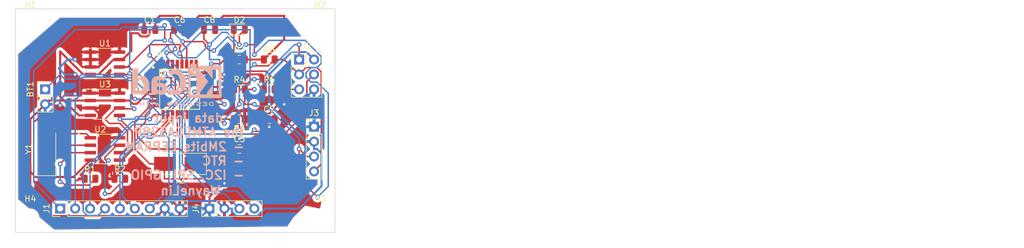
<source format=kicad_pcb>
(kicad_pcb (version 20211014) (generator pcbnew)
  (title_block (title "MCU with memory and clock") (date "2022-01-06") (rev "1") (comment 1 "2-Layout PCB version"))
  (layers (0 "F.Cu" signal) (31 "B.Cu" signal) (34 "B.Paste" user) (35 "F.Paste" user) (36 "B.SilkS" user "B.Silkscreen") (37 "F.SilkS" user "F.Silkscreen") (38 "B.Mask" user) (39 "F.Mask" user) (44 "Edge.Cuts" user))
  (property "Project_name" "MCU with memory and clock")
  (net 0 "")
  (net 1 "Net-(U4-Pad18)")
  (net 2 "GND")
  (net 3 "/VCC")
  (net 4 "Net-(U4-Pad7)")
  (net 5 "Net-(Y2-Pad1)")
  (net 6 "Net-(U4-Pad20)")
  (net 7 "Net-(D2-Pad1)")
  (net 8 "/D2")
  (net 9 "/D3")
  (net 10 "/D4")
  (net 11 "/D5")
  (net 12 "/D6")
  (net 13 "/D7")
  (net 14 "/D8")
  (net 15 "/MISO")
  (net 16 "/SCK")
  (net 17 "/MOSI")
  (net 18 "/RESET")
  (net 19 "/SDA")
  (net 20 "/RX")
  (net 21 "/TX")
  (net 22 "Net-(U2-Pad3)")
  (net 23 "Net-(U2-Pad7)")
  (net 24 "Net-(U2-Pad1)")
  (net 25 "Net-(U2-Pad2)")
  (footprint "Capacitor_SMD:C_0805_2012Metric" (layer "F.Cu") (at 129.098 108.646)
    (fp_text reference "C1")
    (fp_text value "0.1uF")
  )
  (footprint "Connector_PinHeader_2.54mm:PinHeader_1x02_P2.54mm_Vertical" (layer "F.Cu") (at 111.318 118.806)
    (fp_text reference "BT1")
    (fp_text value "Battery")
  )
  (footprint "Connector_PinHeader_2.54mm:PinHeader_1x04_P2.54mm_Vertical" (layer "F.Cu") (at 157.038 125.166)
    (fp_text reference "J3")
    (fp_text value "Conn_01x04_Male")
  )
  (footprint "Package_SO:SOIC-8_3.9x4.9mm_P1.27mm" (layer "F.Cu") (at 121.478 121.346)
    (fp_text reference "U3")
    (fp_text value "24LC1025")
  )
  (footprint "Connector_PinHeader_2.54mm:PinHeader_2x03_P2.54mm_Vertical" (layer "F.Cu") (at 154.498 113.726)
    (fp_text reference "J2")
    (fp_text value "Conn_02x03_Odd_Even")
  )
  (footprint "Resistor_SMD:R_0805_2012Metric" (layer "F.Cu") (at 144.338 118.806)
    (fp_text reference "R4")
    (fp_text value "4.7K")
  )
  (footprint "Capacitor_SMD:C_0805_2012Metric" (layer "F.Cu") (at 149.418 123.886)
    (fp_text reference "C7")
    (fp_text value "0.1uF")
  )
  (footprint "Resistor_SMD:R_0805_2012Metric" (layer "F.Cu") (at 124.018 134.046)
    (fp_text reference "R2")
    (fp_text value "10k")
  )
  (footprint "MountingHole:MountingHole_2.1mm" (layer "F.Cu") (at 108.778 140.65)
    (fp_text reference "H4")
    (fp_text value "MountingHole")
  )
  (footprint "Resistor_SMD:R_0805_2012Metric" (layer "F.Cu") (at 118.938 134.046)
    (fp_text reference "R1")
    (fp_text value "10k")
  )
  (footprint "Capacitor_SMD:C_0805_2012Metric" (layer "F.Cu") (at 134.178 108.646)
    (fp_text reference "C6")
    (fp_text value "22pF")
  )
  (footprint "footprint:QFP80P900X900X120-32N" (layer "F.Cu") (at 134.178 118.806)
    (fp_text reference "U4")
    (fp_text value "ATMEGA328P-AU")
  )
  (footprint "Crystal:Crystal_SMD_5032-2Pin_5.0x3.2mm_HandSoldering" (layer "F.Cu") (at 134.178 131.506 180)
    (fp_text reference "Y2")
    (fp_text value "16 MHz")
  )
  (footprint "MountingHole:MountingHole_2.1mm" (layer "F.Cu") (at 158.054 107.63)
    (fp_text reference "H2")
    (fp_text value "MountingHole")
  )
  (footprint "Connector_PinHeader_2.54mm:PinHeader_1x04_P2.54mm_Vertical" (layer "F.Cu") (at 139.258 139.126 90)
    (fp_text reference "J4")
    (fp_text value "Conn_01x04_Male")
  )
  (footprint "footprint:SOIC127P600X175-8N" (layer "F.Cu") (at 121.478 128.966)
    (fp_text reference "U2")
    (fp_text value "DS1337S+")
  )
  (footprint "Capacitor_SMD:C_0805_2012Metric" (layer "F.Cu") (at 139.258 108.646)
    (fp_text reference "C8")
    (fp_text value "100nF")
  )
  (footprint "Resistor_SMD:R_0805_2012Metric" (layer "F.Cu") (at 144.338 113.726)
    (fp_text reference "R7")
    (fp_text value "330")
  )
  (footprint "Resistor_SMD:R_0805_2012Metric" (layer "F.Cu") (at 149.418 118.806)
    (fp_text reference "R6")
    (fp_text value "10K")
  )
  (footprint "Capacitor_SMD:C_0805_2012Metric" (layer "F.Cu") (at 144.338 128.966)
    (fp_text reference "C5")
    (fp_text value "22pF")
  )
  (footprint "LED_SMD:LED_0805_2012Metric" (layer "F.Cu") (at 144.338 108.646)
    (fp_text reference "D2")
    (fp_text value "LED")
  )
  (footprint "Crystal:Crystal_SMD_5032-2Pin_5.0x3.2mm_HandSoldering" (layer "F.Cu") (at 111.318 128.966 90)
    (fp_text reference "Y1")
    (fp_text value "32.768 KHz")
  )
  (footprint "Package_SO:SOIC-8_3.9x4.9mm_P1.27mm" (layer "F.Cu") (at 121.478 114.361)
    (fp_text reference "U1")
    (fp_text value "24LC1025")
  )
  (footprint "MountingHole:MountingHole_2.1mm" (layer "F.Cu") (at 158.054 140.65)
    (fp_text reference "H3")
    (fp_text value "MountingHole")
  )
  (footprint "Connector_PinHeader_2.54mm:PinHeader_1x09_P2.54mm_Vertical" (layer "F.Cu") (at 113.868 139.126 90)
    (fp_text reference "J1")
    (fp_text value "Conn_01x09_Male")
  )
  (footprint "Resistor_SMD:R_0805_2012Metric" (layer "F.Cu") (at 149.418 113.726)
    (fp_text reference "R5")
    (fp_text value "330")
  )
  (footprint "Resistor_SMD:R_0805_2012Metric" (layer "F.Cu") (at 144.338 123.886 180)
    (fp_text reference "R3")
    (fp_text value "4.7K")
  )
  (footprint "MountingHole:MountingHole_2.1mm" (layer "F.Cu") (at 108.778 107.63)
    (fp_text reference "H1")
    (fp_text value "MountingHole")
  )
  (footprint "Symbol:KiCad-Logo2_6mm_SilkScreen" (layer "B.Cu") (at 133.67 117.282 180)
    (fp_text reference "REF**" hide)
    (fp_text value "KiCad-Logo2_6mm_SilkScreen" hide)
  )
  (gr_rect (start 106.238 143.19) (end 160.594 105.09) (layer "Edge.Cuts") (width 0.1) (fill none))
  (gr_text "data input\nthe ATMEGA328P" (at 135.702 124.902) (layer "B.SilkS") (effects (font (size 1.5 1.5) (thickness 0.3)) (justify mirror)))
  (gr_text "WayneLin" (at 141.29 136.078) (layer "B.SilkS") (effects (font (size 1.5 1.5) (thickness 0.3)) (justify left mirror)))
  (gr_text "- 2Mbits EEPRAM\n- RTC\n- I2C, SPI, GPIO\n" (at 145.354 130.998) (layer "B.SilkS") (effects (font (size 1.5 1.5) (thickness 0.3)) (justify left mirror)))
  (segment (start 144.338 123.886) (end 144.31252 123.886) (width 0.25) (layer "F.Cu") (net 0))
  (segment (start 145.2755 108.646) (end 144.338 109.5835) (width 0.25) (layer "F.Cu") (net 1))
  (segment (start 138.308 110.236) (end 138.308 108.646) (width 0.25) (layer "F.Cu") (net 1))
  (segment (start 139.552511 121.346) (end 141.798 121.346) (width 0.25) (layer "F.Cu") (net 1))
  (segment (start 137.603978 120.806) (end 138.478 120.806) (width 0.25) (layer "F.Cu") (net 1))
  (segment (start 139.258 111.186) (end 138.308 110.236) (width 0.25) (layer "F.Cu") (net 1))
  (segment (start 129.727511 118.556489) (end 129.878 118.406) (width 0.25) (layer "F.Cu") (net 1))
  (segment (start 139.552511 121.006489) (end 139.552511 121.346) (width 0.25) (layer "F.Cu") (net 1))
  (segment (start 127.2825 116.690386) (end 129.148603 118.556489) (width 0.25) (layer "F.Cu") (net 1))
  (segment (start 138.478 120.806) (end 139.352022 120.806) (width 0.25) (layer "F.Cu") (net 1))
  (segment (start 139.352022 120.806) (end 139.552511 121.006489) (width 0.25) (layer "F.Cu") (net 1))
  (segment (start 129.148603 118.556489) (end 129.727511 118.556489) (width 0.25) (layer "F.Cu") (net 1))
  (segment (start 111.318 118.806) (end 111.718 118.406) (width 0.25) (layer "F.Cu") (net 1))
  (segment (start 144.338 109.5835) (end 144.338 111.186) (width 0.25) (layer "F.Cu") (net 1))
  (via (at 127.2825 116.690386) (size 0.8) (drill 0.4) (layers "F.Cu" "B.Cu") (net 1))
  (via (at 141.798 121.346) (size 0.8) (drill 0.4) (layers "F.Cu" "B.Cu") (net 1))
  (via (at 144.338 111.186) (size 0.8) (drill 0.4) (layers "F.Cu" "B.Cu") (net 1))
  (via (at 139.258 111.186) (size 0.8) (drill 0.4) (layers "F.Cu" "B.Cu") (net 1))
  (segment (start 114.629873 117.040511) (end 116.718814 117.040511) (width 0.25) (layer "B.Cu") (net 1))
  (segment (start 132.270256 111.186) (end 132.270256 111.818256) (width 0.25) (layer "B.Cu") (net 1))
  (segment (start 127.190256 116.266) (end 132.270256 111.186) (width 0.25) (layer "B.Cu") (net 1))
  (segment (start 127.190256 116.266) (end 127.190256 116.598142) (width 0.25) (layer "B.Cu") (net 1))
  (segment (start 132.270256 111.818256) (end 133.877897 113.425897) (width 0.25) (layer "B.Cu") (net 1))
  (segment (start 117.493325 116.266) (end 124.808886 116.266) (width 0.25) (layer "B.Cu") (net 1))
  (segment (start 124.808886 116.266) (end 125.383348 116.840462) (width 0.25) (layer "B.Cu") (net 1))
  (segment (start 111.318 118.806) (end 113.856681 116.267319) (width 0.25) (layer "B.Cu") (net 1))
  (segment (start 139.258 113.726) (end 140.9735 113.726) (width 0.25) (layer "B.Cu") (net 1))
  (segment (start 133.877897 113.425897) (end 137.018103 113.425897) (width 0.25) (layer "B.Cu") (net 1))
  (segment (start 142.24752 109.09552) (end 141.34848 109.09552) (width 0.25) (layer "B.Cu") (net 1))
  (segment (start 141.24848 116.861794) (end 140.623489 117.486785) (width 0.25) (layer "B.Cu") (net 1))
  (segment (start 139.258 111.186) (end 139.258 113.726) (width 0.25) (layer "B.Cu") (net 1))
  (segment (start 140.623489 120.171489) (end 141.798 121.346) (width 0.25) (layer "B.Cu") (net 1))
  (segment (start 127.190256 116.598142) (end 127.2825 116.690386) (width 0.25) (layer "B.Cu") (net 1))
  (segment (start 126.615794 116.840462) (end 127.190256 116.266) (width 0.25) (layer "B.Cu") (net 1))
  (segment (start 137.018103 113.425897) (end 139.258 111.186) (width 0.25) (layer "B.Cu") (net 1))
  (segment (start 116.718814 117.040511) (end 117.493325 116.266) (width 0.25) (layer "B.Cu") (net 1))
  (segment (start 125.383348 116.840462) (end 126.615794 116.840462) (width 0.25) (layer "B.Cu") (net 1))
  (segment (start 113.856681 116.267319) (end 114.629873 117.040511) (width 0.25) (layer "B.Cu") (net 1))
  (segment (start 140.9735 116.586814) (end 141.24848 116.861794) (width 0.25) (layer "B.Cu") (net 1))
  (segment (start 141.34848 109.09552) (end 139.258 111.186) (width 0.25) (layer "B.Cu") (net 1))
  (segment (start 140.9735 113.726) (end 140.9735 116.586814) (width 0.25) (layer "B.Cu") (net 1))
  (segment (start 144.338 111.186) (end 142.24752 109.09552) (width 0.25) (layer "B.Cu") (net 1))
  (segment (start 140.623489 117.486785) (end 140.623489 120.171489) (width 0.25) (layer "B.Cu") (net 1))
  (segment (start 114.493 120.711) (end 113.858 120.076) (width 0.35) (layer "F.Cu") (net 2))
  (segment (start 151.958 106.28102) (end 151.958 110.2735) (width 0.35) (layer "F.Cu") (net 2))
  (segment (start 119.003 123.251) (end 117.033 123.251) (width 0.35) (layer "F.Cu") (net 2))
  (segment (start 124.470493 113.726) (end 123.953 113.726) (width 0.35) (layer "F.Cu") (net 2))
  (segment (start 126.216475 121.275955) (end 126.899525 121.275955) (width 0.35) (layer "F.Cu") (net 2))
  (segment (start 108.778 132.825022) (end 108.778 123.886) (width 0.35) (layer "F.Cu") (net 2))
  (segment (start 116.133489 133.740511) (end 109.693489 133.740511) (width 0.35) (layer "F.Cu") (net 2))
  (segment (start 117.033 123.251) (end 114.493 120.711) (width 0.35) (layer "F.Cu") (net 2))
  (segment (start 127.068605 109.24552) (end 125.95848 109.24552) (width 0.35) (layer "F.Cu") (net 2))
  (segment (start 108.778 123.886) (end 111.318 121.346) (width 0.35) (layer "F.Cu") (net 2))
  (segment (start 129.07252 109.400395) (end 128.677395 109.79552) (width 0.35) (layer "F.Cu") (net 2))
  (segment (start 148.468 123.886) (end 151.008 121.346) (width 0.35) (layer "F.Cu") (net 2))
  (segment (start 130.978 117.606) (end 131.378 118.006) (width 0.35) (layer "F.Cu") (net 2))
  (segment (start 145.2505 113.726) (end 148.5055 113.726) (width 0.35) (layer "F.Cu") (net 2))
  (segment (start 140.208 107.696) (end 141.62298 106.28102) (width 0.35) (layer "F.Cu") (net 2))
  (segment (start 141.798 134.59552) (end 141.798 134.8205) (width 0.35) (layer "F.Cu") (net 2))
  (segment (start 129.07252 108.646) (end 129.07252 109.400395) (width 0.35) (layer "F.Cu") (net 2))
  (segment (start 112.592511 140.400511) (end 108.778 136.586) (width 0.35) (layer "F.Cu") (net 2))
  (segment (start 111.318 121.346) (end 111.953 120.711) (width 0.35) (layer "F.Cu") (net 2))
  (segment (start 138.478 118.406) (end 141.398 118.406) (width 0.35) (layer "F.Cu") (net 2))
  (segment (start 141.62298 106.28102) (end 151.958 106.28102) (width 0.35) (layer "F.Cu") (net 2))
  (segment (start 151.008 121.346) (end 151.958 121.346) (width 0.35) (layer "F.Cu") (net 2))
  (segment (start 130.048 107.056) (end 130.82298 106.28102) (width 0.35) (layer "F.Cu") (net 2))
  (segment (start 123.953 113.726) (end 122.930507 113.726) (width 0.35) (layer "F.Cu") (net 2))
  (segment (start 127.618605 109.79552) (end 127.068605 109.24552) (width 0.35) (layer "F.Cu") (net 2))
  (segment (start 137.49298 106.28102) (end 139.258 106.28102) (width 0.35) (layer "F.Cu") (net 2))
  (segment (start 148.468 123.886) (end 149.418 124.836) (width 0.35) (layer "F.Cu") (net 2))
  (segment (start 129.878 117.606) (end 130.978 117.606) (width 0.35) (layer "F.Cu") (net 2))
  (segment (start 139.258 139.126) (end 139.258 137.13552) (width 0.35) (layer "F.Cu") (net 2))
  (segment (start 129.878 119.206) (end 130.978 119.206) (width 0.35) (layer "F.Cu") (net 2))
  (segment (start 140.208 108.646) (end 140.208 107.056) (width 0.35) (layer "F.Cu") (net 2))
  (segment (start 128.96948 119.206) (end 129.878 119.206) (width 0.35) (layer "F.Cu") (net 2))
  (segment (start 134.178 106.28102) (end 135.128 107.23102) (width 0.35) (layer "F.Cu") (net 2))
  (segment (start 135.128 108.646) (end 137.49298 106.28102) (width 0.35) (layer "F.Cu") (net 2))
  (segment (start 109.693489 133.740511) (end 108.778 132.825022) (width 0.35) (layer "F.Cu") (net 2))
  (segment (start 131.378 118.806) (end 131.638 118.806) (width 0.35) (layer "F.Cu") (net 2))
  (segment (start 130.373489 140.400511) (end 112.592511 140.400511) (width 0.35) (layer "F.Cu") (net 2))
  (segment (start 130.978 119.206) (end 131.378 118.806) (width 0.35) (layer "F.Cu") (net 2))
  (segment (start 140.208 107.056) (end 139.43302 106.28102) (width 0.35) (layer "F.Cu") (net 2))
  (segment (start 143.78848 126.97552) (end 144.338 126.97552) (width 0.35) (layer "F.Cu") (net 2))
  (segment (start 123.953 120.711) (end 119.003 120.711) (width 0.35) (layer "F.Cu") (net 2))
  (segment (start 113.858 112.352036) (end 117.771964 116.266) (width 0.35) (layer "F.Cu") (net 2))
  (segment (start 125.95848 109.24552) (end 125.95848 112.238013) (width 0.35) (layer "F.Cu") (net 2))
  (segment (start 113.858 120.076) (end 113.858 112.352036) (width 0.35) (layer "F.Cu") (net 2))
  (segment (start 125.65152 120.711) (end 126.216475 121.275955) (width 0.35) (layer "F.Cu") (net 2))
  (segment (start 139.258 137.13552) (end 141.798 134.59552) (width 0.35) (layer "F.Cu") (net 2))
  (segment (start 143.388 127.376) (end 143.78848 126.97552) (width 0.35) (layer "F.Cu") (net 2))
  (segment (start 131.648 139.126) (end 130.373489 140.400511) (width 0.35) (layer "F.Cu") (net 2))
  (segment (start 117.771964 116.266) (end 119.003 116.266) (width 0.35) (layer "F.Cu") (net 2))
  (segment (start 141.748011 116.266) (end 142.7105 116.266) (width 0.35) (layer "F.Cu") (net 2))
  (segment (start 119.003 130.871) (end 116.133489 133.740511) (width 0.35) (layer "F.Cu") (net 2))
  (segment (start 111.953 120.711) (end 114.493 120.711) (width 0.35) (layer "F.Cu") (net 2))
  (segment (start 140.208 108.646) (end 140.208 107.696) (width 0.35) (layer "F.Cu") (net 2))
  (segment (start 128.677395 109.79552) (end 127.618605 109.79552) (width 0.35) (layer "F.Cu") (net 2))
  (segment (start 108.778 136.586) (end 108.778 131.506) (width 0.35) (layer "F.Cu") (net 2))
  (segment (start 143.388 128.966) (end 143.388 127.376) (width 0.35) (layer "F.Cu") (net 2))
  (segment (start 149.418 124.836) (end 149.418 125.20198) (width 0.35) (layer "F.Cu") (net 2))
  (segment (start 120.390507 116.266) (end 119.003 116.266) (width 0.35) (layer "F.Cu") (net 2))
  (segment (start 130.82298 106.28102) (end 134.178 106.28102) (width 0.35) (layer "F.Cu") (net 2))
  (segment (start 125.95848 112.238013) (end 124.470493 113.726) (width 0.35) (layer "F.Cu") (net 2))
  (segment (start 130.048 108.646) (end 129.07252 108.646) (width 0.35) (layer "F.Cu") (net 2))
  (segment (start 151.958 110.2735) (end 148.5055 113.726) (width 0.35) (layer "F.Cu") (net 2))
  (segment (start 123.953 120.711) (end 125.65152 120.711) (width 0.35) (layer "F.Cu") (net 2))
  (segment (start 126.899525 121.275955) (end 128.96948 119.206) (width 0.35) (layer "F.Cu") (net 2))
  (segment (start 144.338 126.97552) (end 144.338 127.2005) (width 0.35) (layer "F.Cu") (net 2))
  (segment (start 142.7105 116.266) (end 145.2505 113.726) (width 0.35) (layer "F.Cu") (net 2))
  (segment (start 131.378 118.006) (end 131.378 118.806) (width 0.35) (layer "F.Cu") (net 2))
  (segment (start 130.048 108.646) (end 130.048 107.056) (width 0.35) (layer "F.Cu") (net 2))
  (segment (start 122.930507 113.726) (end 120.390507 116.266) (width 0.35) (layer "F.Cu") (net 2))
  (segment (start 114.493 120.711) (end 119.003 120.711) (width 0.35) (layer "F.Cu") (net 2))
  (segment (start 139.43302 106.28102) (end 139.258 106.28102) (width 0.35) (layer "F.Cu") (net 2))
  (segment (start 135.128 107.23102) (end 135.128 108.646) (width 0.35) (layer "F.Cu") (net 2))
  (via (at 141.798 134.8205) (size 0.8) (drill 0.4) (layers "F.Cu" "B.Cu") (net 2))
  (via (at 141.748011 116.266) (size 0.8) (drill 0.4) (layers "F.Cu" "B.Cu") (net 2))
  (via (at 149.418 125.20198) (size 0.8) (drill 0.4) (layers "F.Cu" "B.Cu") (net 2))
  (via (at 144.338 127.2005) (size 0.8) (drill 0.4) (layers "F.Cu" "B.Cu") (net 2))
  (via (at 151.958 121.346) (size 0.8) (drill 0.4) (layers "F.Cu" "B.Cu") (net 2))
  (via (at 141.398 118.406) (size 0.8) (drill 0.4) (layers "F.Cu" "B.Cu") (net 2))
  (segment (start 141.798 116.266) (end 141.748011 116.266) (width 0.35) (layer "B.Cu") (net 2))
  (segment (start 141.398 118.406) (end 141.798 118.006) (width 0.35) (layer "B.Cu") (net 2))
  (segment (start 144.338 127.2005) (end 147.41948 127.2005) (width 0.35) (layer "B.Cu") (net 2))
  (segment (start 141.798 134.8205) (end 141.798 128.966) (width 0.35) (layer "B.Cu") (net 2))
  (segment (start 157.038 125.166) (end 157.038 123.886) (width 0.35) (layer "B.Cu") (net 2))
  (segment (start 141.798 118.006) (end 141.798 116.266) (width 0.35) (layer "B.Cu") (net 2))
  (segment (start 144.11302 126.97552) (end 144.338 127.2005) (width 0.35) (layer "B.Cu") (net 2))
  (segment (start 141.798 128.966) (end 143.78848 126.97552) (width 0.35) (layer "B.Cu") (net 2))
  (segment (start 143.78848 126.97552) (end 144.11302 126.97552) (width 0.35) (layer "B.Cu") (net 2))
  (segment (start 137.983489 140.400511) (end 132.922511 140.400511) (width 0.35) (layer "B.Cu") (net 2))
  (segment (start 154.498 121.346) (end 151.958 121.346) (width 0.35) (layer "B.Cu") (net 2))
  (segment (start 157.038 123.886) (end 154.498 121.346) (width 0.35) (layer "B.Cu") (net 2))
  (segment (start 157.038 118.806) (end 154.498 121.346) (width 0.35) (layer "B.Cu") (net 2))
  (segment (start 147.41948 127.2005) (end 149.418 125.20198) (width 0.35) (layer "B.Cu") (net 2))
  (segment (start 139.258 139.126) (end 137.983489 140.400511) (width 0.35) (layer "B.Cu") (net 2))
  (segment (start 132.922511 140.400511) (end 131.648 139.126) (width 0.35) (layer "B.Cu") (net 2))
  (segment (start 122.54348 133.48398) (end 122.54348 132.57148) (width 0.35) (layer "F.Cu") (net 3))
  (segment (start 125.6455 131.506) (end 126.558 131.506) (width 0.35) (layer "F.Cu") (net 3))
  (segment (start 116.398 116.836) (end 119.003 119.441) (width 0.35) (layer "F.Cu") (net 3))
  (segment (start 117.668 114.996) (end 116.398 113.726) (width 0.35) (layer "F.Cu") (net 3))
  (segment (start 121.39348 131.59052) (end 121.478 131.506) (width 0.35) (layer "F.Cu") (net 3))
  (segment (start 119.003 114.996) (end 117.668 114.996) (width 0.35) (layer "F.Cu") (net 3))
  (segment (start 116.398 116.266) (end 116.398 116.836) (width 0.35) (layer "F.Cu") (net 3))
  (segment (start 122.54348 132.57148) (end 120.41252 130.44052) (width 0.35) (layer "F.Cu") (net 3))
  (segment (start 120.40252 122.863027) (end 119.520493 121.981) (width 0.35) (layer "F.Cu") (net 3))
  (segment (start 143.4255 117.1785) (end 143.4255 118.806) (width 0.35) (layer "F.Cu") (net 3))
  (segment (start 120.41252 130.44052) (end 120.41252 127.061) (width 0.35) (layer "F.Cu") (net 3))
  (segment (start 123.953 119.441) (end 119.003 119.441) (width 0.35) (layer "F.Cu") (net 3))
  (segment (start 120.843 123.303507) (end 120.843 127.061) (width 0.35) (layer "F.Cu") (net 3))
  (segment (start 123.1055 134.046) (end 125.6455 131.506) (width 0.35) (layer "F.Cu") (net 3))
  (segment (start 119.003 121.981) (end 119.520493 121.981) (width 0.35) (layer "F.Cu") (net 3))
  (segment (start 123.953 108.711) (end 123.953 112.456) (width 0.35) (layer "F.Cu") (net 3))
  (segment (start 145.2505 123.886) (end 143.4255 122.061) (width 0.35) (layer "F.Cu") (net 3))
  (segment (start 148.5055 118.806) (end 148.5055 116.660986) (width 0.35) (layer "F.Cu") (net 3))
  (segment (start 119.003 112.456) (end 119.003 113.726) (width 0.35) (layer "F.Cu") (net 3))
  (segment (start 148.110514 116.266) (end 144.338 116.266) (width 0.35) (layer "F.Cu") (net 3))
  (segment (start 126.558 131.506) (end 126.910989 131.858989) (width 0.35) (layer "F.Cu") (net 3))
  (segment (start 128.148 108.646) (end 124.018 108.646) (width 0.35) (layer "F.Cu") (net 3))
  (segment (start 117.350675 133.371175) (end 119.13133 131.59052) (width 0.35) (layer "F.Cu") (net 3))
  (segment (start 119.13133 131.59052) (end 121.39348 131.59052) (width 0.35) (layer "F.Cu") (net 3))
  (segment (start 126.910989 137.851489) (end 132.913489 137.851489) (width 0.35) (layer "F.Cu") (net 3))
  (segment (start 121.478 131.506) (end 120.41252 130.44052) (width 0.35) (layer "F.Cu") (net 3))
  (segment (start 148.5055 116.660986) (end 148.110514 116.266) (width 0.35) (layer "F.Cu") (net 3))
  (segment (start 116.29802 123.97552) (end 120.065973 123.97552) (width 0.35) (layer "F.Cu") (net 3))
  (segment (start 119.520493 121.981) (end 120.843 123.303507) (width 0.35) (layer "F.Cu") (net 3))
  (segment (start 113.858 121.5355) (end 116.29802 123.97552) (width 0.35) (layer "F.Cu") (net 3))
  (segment (start 123.1055 134.046) (end 122.54348 133.48398) (width 0.35) (layer "F.Cu") (net 3))
  (segment (start 119.003 114.996) (end 119.003 113.726) (width 0.35) (layer "F.Cu") (net 3))
  (segment (start 143.4255 122.061) (end 143.4255 118.806) (width 0.35) (layer "F.Cu") (net 3))
  (segment (start 120.41252 127.061) (end 123.953 127.061) (width 0.35) (layer "F.Cu") (net 3))
  (segment (start 120.40252 123.638973) (end 120.40252 122.863027) (width 0.35) (layer "F.Cu") (net 3))
  (segment (start 126.910989 131.858989) (end 126.910989 137.851489) (width 0.35) (layer "F.Cu") (net 3))
  (segment (start 132.913489 137.851489) (end 134.188 139.126) (width 0.35) (layer "F.Cu") (net 3))
  (segment (start 148.5055 120.4335) (end 149.418 121.346) (width 0.35) (layer "F.Cu") (net 3))
  (segment (start 116.398 119.5805) (end 116.398 116.266) (width 0.35) (layer "F.Cu") (net 3))
  (segment (start 144.338 116.266) (end 143.4255 117.1785) (width 0.35) (layer "F.Cu") (net 3))
  (segment (start 120.065973 123.97552) (end 120.40252 123.638973) (width 0.35) (layer "F.Cu") (net 3))
  (segment (start 118.0255 134.046) (end 117.350675 133.371175) (width 0.35) (layer "F.Cu") (net 3))
  (segment (start 119.003 112.456) (end 123.953 112.456) (width 0.35) (layer "F.Cu") (net 3))
  (segment (start 148.5055 118.806) (end 148.5055 120.4335) (width 0.35) (layer "F.Cu") (net 3))
  (segment (start 124.018 108.646) (end 123.953 108.711) (width 0.35) (layer "F.Cu") (net 3))
  (via (at 149.418 121.346) (size 0.8) (drill 0.4) (layers "F.Cu" "B.Cu") (net 3))
  (via (at 116.398 119.5805) (size 0.8) (drill 0.4) (layers "F.Cu" "B.Cu") (net 3))
  (via (at 113.858 121.5355) (size 0.8) (drill 0.4) (layers "F.Cu" "B.Cu") (net 3))
  (via (at 116.398 116.266) (size 0.8) (drill 0.4) (layers "F.Cu" "B.Cu") (net 3))
  (via (at 116.398 113.726) (size 0.8) (drill 0.4) (layers "F.Cu" "B.Cu") (net 3))
  (segment (start 149.418 121.346) (end 155.778 127.706) (width 0.35) (layer "B.Cu") (net 3))
  (segment (start 135.462511 137.851489) (end 134.188 139.126) (width 0.35) (layer "B.Cu") (net 3))
  (segment (start 116.398 116.266) (end 114.6325 116.266) (width 0.35) (layer "B.Cu") (net 3))
  (segment (start 154.498 139.126) (end 158.312511 135.311489) (width 0.35) (layer "B.Cu") (net 3))
  (segment (start 153.223489 112.451489) (end 155.763489 112.451489) (width 0.35) (layer "B.Cu") (net 3))
  (segment (start 157.565921 128.971489) (end 157.038 128.971489) (width 0.35) (layer "B.Cu") (net 3))
  (segment (start 149.418 121.346) (end 149.418 116.256978) (width 0.35) (layer "B.Cu") (net 3))
  (segment (start 143.063489 139.653921) (end 143.810079 140.400511) (width 0.35) (layer "B.Cu") (net 3))
  (segment (start 143.063489 139.126) (end 143.063489 139.653921) (width 0.35) (layer "B.Cu") (net 3))
  (segment (start 158.312511 129.718079) (end 157.565921 128.971489) (width 0.35) (layer "B.Cu") (net 3))
  (segment (start 113.858 120.573497) (end 114.850997 119.5805) (width 0.35) (layer "B.Cu") (net 3))
  (segment (start 155.763489 112.451489) (end 157.038 113.726) (width 0.35) (layer "B.Cu") (net 3))
  (segment (start 141.798 139.126) (end 140.523489 137.851489) (width 0.35) (layer "B.Cu") (net 3))
  (segment (start 158.312511 135.311489) (end 158.312511 129.718079) (width 0.35) (layer "B.Cu") (net 3))
  (segment (start 114.850997 119.5805) (end 116.398 119.5805) (width 0.35) (layer "B.Cu") (net 3))
  (segment (start 115.128 113.726) (end 116.398 113.726) (width 0.35) (layer "B.Cu") (net 3))
  (segment (start 157.038 128.971489) (end 157.038 127.706) (width 0.35) (layer "B.Cu") (net 3))
  (segment (start 155.778 127.706) (end 157.038 127.706) (width 0.35) (layer "B.Cu") (net 3))
  (segment (start 140.523489 137.851489) (end 135.462511 137.851489) (width 0.35) (layer "B.Cu") (net 3))
  (segment (start 149.418 116.256978) (end 153.223489 112.451489) (width 0.35) (layer "B.Cu") (net 3))
  (segment (start 143.810079 140.400511) (end 147.405921 140.400511) (width 0.35) (layer "B.Cu") (net 3))
  (segment (start 147.405921 140.400511) (end 148.680432 139.126) (width 0.35) (layer "B.Cu") (net 3))
  (segment (start 141.798 139.126) (end 143.063489 139.126) (width 0.35) (layer "B.Cu") (net 3))
  (segment (start 114.6325 116.266) (end 113.61025 115.24375) (width 0.35) (layer "B.Cu") (net 3))
  (segment (start 148.680432 139.126) (end 154.498 139.126) (width 0.35) (layer "B.Cu") (net 3))
  (segment (start 113.61025 115.24375) (end 115.128 113.726) (width 0.35) (layer "B.Cu") (net 3))
  (segment (start 113.858 121.5355) (end 113.858 120.573497) (width 0.35) (layer "B.Cu") (net 3))
  (segment (start 144.338 134.046) (end 131.638 134.046) (width 0.25) (layer "F.Cu") (net 4))
  (segment (start 145.288 133.096) (end 144.338 134.046) (width 0.25) (layer "F.Cu") (net 4))
  (segment (start 131.578 133.986) (end 131.578 131.506) (width 0.25) (layer "F.Cu") (net 4))
  (segment (start 131.578 131.506) (end 129.098 131.506) (width 0.25) (layer "F.Cu") (net 4))
  (segment (start 145.288 128.966) (end 145.288 133.096) (width 0.25) (layer "F.Cu") (net 4))
  (segment (start 129.098 131.506) (end 126.558 128.966) (width 0.25) (layer "F.Cu") (net 4))
  (segment (start 128.803489 121.006489) (end 129.003978 120.806) (width 0.25) (layer "F.Cu") (net 4))
  (segment (start 126.558 128.966) (end 126.558 124.290283) (width 0.25) (layer "F.Cu") (net 4))
  (segment (start 131.638 134.046) (end 131.578 133.986) (width 0.25) (layer "F.Cu") (net 4))
  (segment (start 126.558 124.290283) (end 128.803489 122.044794) (width 0.25) (layer "F.Cu") (net 4))
  (segment (start 128.803489 122.044794) (end 128.803489 121.006489) (width 0.25) (layer "F.Cu") (net 4))
  (segment (start 129.003978 120.806) (end 129.878 120.806) (width 0.25) (layer "F.Cu") (net 4))
  (segment (start 135.914562 118.493349) (end 135.914562 119.093555) (width 0.25) (layer "F.Cu") (net 5))
  (segment (start 133.420299 111.943701) (end 132.837274 112.526726) (width 0.25) (layer "F.Cu") (net 5))
  (segment (start 128.373489 123.110511) (end 129.878 121.606) (width 0.25) (layer "F.Cu") (net 5))
  (segment (start 132.637503 109.236497) (end 132.637503 110.4615) (width 0.25) (layer "F.Cu") (net 5))
  (segment (start 132.837274 112.526726) (end 131.954128 112.526726) (width 0.25) (layer "F.Cu") (net 5))
  (segment (start 137.403489 117.004422) (end 135.914562 118.493349) (width 0.25) (layer "F.Cu") (net 5))
  (segment (start 136.778 131.506) (end 134.238 128.966) (width 0.25) (layer "F.Cu") (net 5))
  (segment (start 127.00752 125.71648) (end 128.373489 124.350511) (width 0.25) (layer "F.Cu") (net 5))
  (segment (start 128.373489 124.350511) (end 128.373489 123.110511) (width 0.25) (layer "F.Cu") (net 5))
  (segment (start 134.238 128.966) (end 129.098 128.966) (width 0.25) (layer "F.Cu") (net 5))
  (segment (start 137.403489 115.871674) (end 137.403489 117.004422) (width 0.25) (layer "F.Cu") (net 5))
  (segment (start 129.098 128.966) (end 127.00752 126.87552) (width 0.25) (layer "F.Cu") (net 5))
  (segment (start 135.914562 119.093555) (end 133.402117 121.606) (width 0.25) (layer "F.Cu") (net 5))
  (segment (start 136.718 115.871674) (end 137.403489 115.871674) (width 0.25) (layer "F.Cu") (net 5))
  (segment (start 127.00752 126.87552) (end 127.00752 125.71648) (width 0.25) (layer "F.Cu") (net 5))
  (segment (start 133.228 108.646) (end 132.637503 109.236497) (width 0.25) (layer "F.Cu") (net 5))
  (segment (start 133.402117 121.606) (end 129.878 121.606) (width 0.25) (layer "F.Cu") (net 5))
  (via (at 132.637503 110.4615) (size 0.8) (drill 0.4) (layers "F.Cu" "B.Cu") (net 5))
  (via (at 136.718 115.871674) (size 0.8) (drill 0.4) (layers "F.Cu" "B.Cu") (net 5))
  (via (at 133.420299 111.943701) (size 0.8) (drill 0.4) (layers "F.Cu" "B.Cu") (net 5))
  (via (at 131.954128 112.526726) (size 0.8) (drill 0.4) (layers "F.Cu" "B.Cu") (net 5))
  (segment (start 134.49425 115.871674) (end 131.954128 113.331552) (width 0.25) (layer "B.Cu") (net 5))
  (segment (start 132.637503 110.4615) (end 133.420299 111.244296) (width 0.25) (layer "B.Cu") (net 5))
  (segment (start 136.718 115.871674) (end 134.49425 115.871674) (width 0.25) (layer "B.Cu") (net 5))
  (segment (start 131.954128 113.331552) (end 131.954128 112.526726) (width 0.25) (layer "B.Cu") (net 5))
  (segment (start 133.420299 111.244296) (end 133.420299 111.943701) (width 0.25) (layer "B.Cu") (net 5))
  (segment (start 136.718 119.206) (end 138.478 119.206) (width 0.25) (layer "F.Cu") (net 6))
  (segment (start 146.878 125.7015) (end 147.15298 125.97648) (width 0.25) (layer "F.Cu") (net 6))
  (segment (start 149.86752 125.97648) (end 150.368 125.476) (width 0.25) (layer "F.Cu") (net 6))
  (segment (start 147.15298 125.97648) (end 149.86752 125.97648) (width 0.25) (layer "F.Cu") (net 6))
  (segment (start 150.368 125.476) (end 150.368 123.886) (width 0.25) (layer "F.Cu") (net 6))
  (via (at 136.718 119.206) (size 0.8) (drill 0.4) (layers "F.Cu" "B.Cu") (net 6))
  (via (at 146.878 125.7015) (size 0.8) (drill 0.4) (layers "F.Cu" "B.Cu") (net 6))
  (segment (start 146.1535 126.426) (end 146.878 125.7015) (width 0.25) (layer "B.Cu") (net 6))
  (segment (start 136.718 119.206) (end 136.718 120.276) (width 0.25) (layer "B.Cu") (net 6))
  (segment (start 135.07704 121.91696) (end 135.07704 126.426) (width 0.25) (layer "B.Cu") (net 6))
  (segment (start 136.718 120.276) (end 135.07704 121.91696) (width 0.25) (layer "B.Cu") (net 6))
  (segment (start 135.07704 126.426) (end 146.1535 126.426) (width 0.25) (layer "B.Cu") (net 6))
  (segment (start 143.4255 113.726) (end 143.4005 113.701) (width 0.25) (layer "F.Cu") (net 7))
  (segment (start 143.4005 113.701) (end 143.4005 108.646) (width 0.25) (layer "F.Cu") (net 7))
  (segment (start 131.638 107.9215) (end 131.638 110.4615) (width 0.25) (layer "F.Cu") (net 8))
  (segment (start 131.378 114.506) (end 130.6025 114.506) (width 0.25) (layer "F.Cu") (net 8))
  (segment (start 130.6025 114.506) (end 129.098 113.0015) (width 0.25) (layer "F.Cu") (net 8))
  (via (at 129.098 113.0015) (size 0.8) (drill 0.4) (layers "F.Cu" "B.Cu") (net 8))
  (via (at 131.638 110.4615) (size 0.8) (drill 0.4) (layers "F.Cu" "B.Cu") (net 8))
  (via (at 131.638 107.9215) (size 0.8) (drill 0.4) (layers "F.Cu" "B.Cu") (net 8))
  (segment (start 116.398 108.646) (end 109.368057 115.675943) (width 0.25) (layer "B.Cu") (net 8))
  (segment (start 131.36302 108.19648) (end 124.46752 108.19648) (width 0.25) (layer "B.Cu") (net 8))
  (segment (start 131.638 107.9215) (end 131.36302 108.19648) (width 0.25) (layer "B.Cu") (net 8))
  (segment (start 109.368057 134.626057) (end 113.868 139.126) (width 0.25) (layer "B.Cu") (net 8))
  (segment (start 109.368057 115.675943) (end 109.368057 134.626057) (width 0.25) (layer "B.Cu") (net 8))
  (segment (start 129.098 111.186) (end 129.098 113.0015) (width 0.25) (layer "B.Cu") (net 8))
  (segment (start 129.8225 110.4615) (end 129.098 111.186) (width 0.25) (layer "B.Cu") (net 8))
  (segment (start 131.638 110.4615) (end 129.8225 110.4615) (width 0.25) (layer "B.Cu") (net 8))
  (segment (start 124.018 108.646) (end 116.398 108.646) (width 0.25) (layer "B.Cu") (net 8))
  (segment (start 124.46752 108.19648) (end 124.018 108.646) (width 0.25) (layer "B.Cu") (net 8))
  (segment (start 131.378 116.006) (end 129.878 116.006) (width 0.25) (layer "F.Cu") (net 9))
  (via (at 131.638 116.0815) (size 0.8) (drill 0.4) (layers "F.Cu" "B.Cu") (net 9))
  (segment (start 129.54752 121.79552) (end 129.54752 120.265247) (width 0.25) (layer "B.Cu") (net 9))
  (segment (start 132.967199 119.530511) (end 133.943909 120.507221) (width 0.25) (layer "B.Cu") (net 9))
  (segment (start 126.572255 117.289982) (end 125.19715 117.289982) (width 0.25) (layer "B.Cu") (net 9))
  (segment (start 129.54752 120.265247) (end 126.572255 117.289982) (width 0.25) (layer "B.Cu") (net 9))
  (segment (start 133.637989 118.081489) (end 132.428897 118.081489) (width 0.25) (layer "B.Cu") (net 9))
  (segment (start 132.428897 118.081489) (end 132.004489 118.505897) (width 0.25) (layer "B.Cu") (net 9))
  (segment (start 124.622688 116.71552) (end 117.679523 116.71552) (width 0.25) (layer "B.Cu") (net 9))
  (segment (start 116.408 120.355011) (end 116.408 139.126) (width 0.25) (layer "B.Cu") (net 9))
  (segment (start 117.172511 119.901314) (end 116.718814 120.355011) (width 0.25) (layer "B.Cu") (net 9))
  (segment (start 133.943909 120.507221) (end 131.101565 123.349565) (width 0.25) (layer "B.Cu") (net 9))
  (segment (start 116.718814 120.355011) (end 116.408 120.355011) (width 0.25) (layer "B.Cu") (net 9))
  (segment (start 125.19715 117.289982) (end 124.622688 116.71552) (width 0.25) (layer "B.Cu") (net 9))
  (segment (start 132.004489 118.505897) (end 132.004489 119.106103) (width 0.25) (layer "B.Cu") (net 9))
  (segment (start 117.679523 116.71552) (end 117.172511 117.222532) (width 0.25) (layer "B.Cu") (net 9))
  (segment (start 117.172511 117.222532) (end 117.172511 119.901314) (width 0.25) (layer "B.Cu") (net 9))
  (segment (start 131.101565 123.349565) (end 129.54752 121.79552) (width 0.25) (layer "B.Cu") (net 9))
  (segment (start 132.428897 119.530511) (end 132.967199 119.530511) (width 0.25) (layer "B.Cu") (net 9))
  (segment (start 132.004489 119.106103) (end 132.428897 119.530511) (width 0.25) (layer "B.Cu") (net 9))
  (segment (start 131.638 116.0815) (end 133.637989 118.081489) (width 0.25) (layer "B.Cu") (net 9))
  (segment (start 132.875418 116.806) (end 129.878 116.806) (width 0.25) (layer "F.Cu") (net 10))
  (segment (start 132.729 118.806) (end 132.729 116.952418) (width 0.25) (layer "F.Cu") (net 10))
  (segment (start 132.729 116.952418) (end 132.875418 116.806) (width 0.25) (layer "F.Cu") (net 10))
  (via (at 132.729 118.806) (size 0.8) (drill 0.4) (layers "F.Cu" "B.Cu") (net 10))
  (segment (start 132.878406 118.806) (end 134.579627 120.507221) (width 0.25) (layer "B.Cu") (net 10))
  (segment (start 126.294678 124.78504) (end 118.948 132.131718) (width 0.25) (layer "B.Cu") (net 10))
  (segment (start 132.729 118.806) (end 132.878406 118.806) (width 0.25) (layer "B.Cu") (net 10))
  (segment (start 134.579627 120.507221) (end 130.301808 124.78504) (width 0.25) (layer "B.Cu") (net 10))
  (segment (start 130.301808 124.78504) (end 126.294678 124.78504) (width 0.25) (layer "B.Cu") (net 10))
  (segment (start 118.948 132.131718) (end 118.948 139.126) (width 0.25) (layer "B.Cu") (net 10))
  (segment (start 129.878 123.106) (end 129.098 123.886) (width 0.25) (layer "F.Cu") (net 11))
  (segment (start 131.378 123.106) (end 129.878 123.106) (width 0.25) (layer "F.Cu") (net 11))
  (via (at 129.098 123.886) (size 0.8) (drill 0.4) (layers "F.Cu" "B.Cu") (net 11))
  (segment (start 118.461501 140.300511) (end 117.773489 139.612499) (width 0.25) (layer "B.Cu") (net 11))
  (segment (start 120.313489 140.300511) (end 118.461501 140.300511) (width 0.25) (layer "B.Cu") (net 11))
  (segment (start 126.10848 124.33552) (end 126.744197 124.33552) (width 0.25) (layer "B.Cu") (net 11))
  (segment (start 127.00752 124.072197) (end 127.00752 123.886) (width 0.25) (layer "B.Cu") (net 11))
  (segment (start 127.00752 123.886) (end 129.098 123.886) (width 0.25) (layer "B.Cu") (net 11))
  (segment (start 121.488 139.126) (end 120.313489 140.300511) (width 0.25) (layer "B.Cu") (net 11))
  (segment (start 117.773489 132.670511) (end 126.10848 124.33552) (width 0.25) (layer "B.Cu") (net 11))
  (segment (start 117.773489 139.612499) (end 117.773489 132.670511) (width 0.25) (layer "B.Cu") (net 11))
  (segment (start 126.744197 124.33552) (end 127.00752 124.072197) (width 0.25) (layer "B.Cu") (net 11))
  (segment (start 129.858 126.426) (end 129.098 126.426) (width 0.25) (layer "F.Cu") (net 12))
  (segment (start 132.178 123.106) (end 132.178 124.106) (width 0.25) (layer "F.Cu") (net 12))
  (segment (start 132.178 124.106) (end 129.858 126.426) (width 0.25) (layer "F.Cu") (net 12))
  (via (at 129.098 126.426) (size 0.8) (drill 0.4) (layers "F.Cu" "B.Cu") (net 12))
  (segment (start 127.829436 126.426) (end 129.098 126.426) (width 0.25) (layer "B.Cu") (net 12))
  (segment (start 124.028 130.227436) (end 127.829436 126.426) (width 0.25) (layer "B.Cu") (net 12))
  (segment (start 124.028 139.126) (end 124.028 130.227436) (width 0.25) (layer "B.Cu") (net 12))
  (segment (start 132.978 123.941718) (end 131.638 125.281718) (width 0.25) (layer "F.Cu") (net 13))
  (segment (start 132.978 123.106) (end 132.978 123.941718) (width 0.25) (layer "F.Cu") (net 13))
  (segment (start 131.638 126.426) (end 131.638 125.281718) (width 0.25) (layer "F.Cu") (net 13))
  (via (at 131.638 126.426) (size 0.8) (drill 0.4) (layers "F.Cu" "B.Cu") (net 13))
  (segment (start 131.337897 126.726103) (end 131.638 126.426) (width 0.25) (layer "B.Cu") (net 13))
  (segment (start 128.522906 126.87552) (end 128.797897 127.150511) (width 0.25) (layer "B.Cu") (net 13))
  (segment (start 129.822511 126.726103) (end 131.337897 126.726103) (width 0.25) (layer "B.Cu") (net 13))
  (segment (start 128.015634 126.87552) (end 128.522906 126.87552) (width 0.25) (layer "B.Cu") (net 13))
  (segment (start 126.568 139.126) (end 124.47752 137.03552) (width 0.25) (layer "B.Cu") (net 13))
  (segment (start 124.47752 130.413634) (end 128.015634 126.87552) (width 0.25) (layer "B.Cu") (net 13))
  (segment (start 124.47752 137.03552) (end 124.47752 130.413634) (width 0.25) (layer "B.Cu") (net 13))
  (segment (start 129.398103 127.150511) (end 129.822511 126.726103) (width 0.25) (layer "B.Cu") (net 13))
  (segment (start 128.797897 127.150511) (end 129.398103 127.150511) (width 0.25) (layer "B.Cu") (net 13))
  (segment (start 133.4535 126.426) (end 133.778 126.1015) (width 0.25) (layer "F.Cu") (net 14))
  (segment (start 133.778 126.1015) (end 133.778 123.106) (width 0.25) (layer "F.Cu") (net 14))
  (via (at 133.4535 126.426) (size 0.8) (drill 0.4) (layers "F.Cu" "B.Cu") (net 14))
  (segment (start 132.362511 127.150511) (end 132.150307 126.938307) (width 0.25) (layer "B.Cu") (net 14))
  (segment (start 132.662614 126.426) (end 133.4535 126.426) (width 0.25) (layer "B.Cu") (net 14))
  (segment (start 129.108 139.126) (end 132.362511 135.871489) (width 0.25) (layer "B.Cu") (net 14))
  (segment (start 132.362511 135.871489) (end 132.362511 127.150511) (width 0.25) (layer "B.Cu") (net 14))
  (segment (start 132.150307 126.938307) (end 132.662614 126.426) (width 0.25) (layer "B.Cu") (net 14))
  (segment (start 145.750973 117.78148) (end 144.750027 117.78148) (width 0.25) (layer "F.Cu") (net 15))
  (segment (start 144.338 118.193507) (end 144.338 121.346) (width 0.25) (layer "F.Cu") (net 15))
  (segment (start 137.842282 123.106) (end 138.940141 124.203859) (width 0.25) (layer "F.Cu") (net 15))
  (segment (start 146.441953 117.0905) (end 145.750973 117.78148) (width 0.25) (layer "F.Cu") (net 15))
  (segment (start 146.878 117.0905) (end 146.441953 117.0905) (width 0.25) (layer "F.Cu") (net 15))
  (segment (start 141.798 124.33552) (end 141.798 124.6105) (width 0.25) (layer "F.Cu") (net 15))
  (segment (start 154.498 113.726) (end 154.498 111.186) (width 0.25) (layer "F.Cu") (net 15))
  (segment (start 138.940141 124.203859) (end 139.071803 124.33552) (width 0.25) (layer "F.Cu") (net 15))
  (segment (start 144.750027 117.78148) (end 144.338 118.193507) (width 0.25) (layer "F.Cu") (net 15))
  (segment (start 136.978 123.106) (end 137.842282 123.106) (width 0.25) (layer "F.Cu") (net 15))
  (segment (start 139.071803 124.33552) (end 141.798 124.33552) (width 0.25) (layer "F.Cu") (net 15))
  (via (at 141.798 124.6105) (size 0.8) (drill 0.4) (layers "F.Cu" "B.Cu") (net 15))
  (via (at 154.498 111.186) (size 0.8) (drill 0.4) (layers "F.Cu" "B.Cu") (net 15))
  (via (at 144.338 121.346) (size 0.8) (drill 0.4) (layers "F.Cu" "B.Cu") (net 15))
  (via (at 146.878 117.0905) (size 0.8) (drill 0.4) (layers "F.Cu" "B.Cu") (net 15))
  (segment (start 153.71184 111.186) (end 154.498 111.186) (width 0.25) (layer "B.Cu") (net 15))
  (segment (start 148.868481 116.029359) (end 153.71184 111.186) (width 0.25) (layer "B.Cu") (net 15))
  (segment (start 146.878 117.0905) (end 147.7025 117.0905) (width 0.25) (layer "B.Cu") (net 15))
  (segment (start 141.798 124.6105) (end 141.798 123.886) (width 0.25) (layer "B.Cu") (net 15))
  (segment (start 148.86848 118.25648) (end 148.868481 116.029359) (width 0.25) (layer "B.Cu") (net 15))
  (segment (start 147.7025 117.0905) (end 148.86848 118.25648) (width 0.25) (layer "B.Cu") (net 15))
  (segment (start 141.798 123.886) (end 144.338 121.346) (width 0.25) (layer "B.Cu") (net 15))
  (segment (start 124.018 124.610511) (end 122.202511 124.610511) (width 0.25) (layer "F.Cu") (net 16))
  (segment (start 134.578 114.506) (end 134.377511 114.305511) (width 0.25) (layer "F.Cu") (net 16))
  (segment (start 126.651099 118.712901) (end 126.744198 118.806) (width 0.25) (layer "F.Cu") (net 16))
  (segment (start 158.262511 115.829501) (end 157.524499 115.091489) (width 0.25) (layer "F.Cu") (net 16))
  (segment (start 158.262511 131.561489) (end 158.262511 115.829501) (width 0.25) (layer "F.Cu") (net 16))
  (segment (start 134.178 111.186) (end 129.098 111.186) (width 0.25) (layer "F.Cu") (net 16))
  (segment (start 146.878 114.80052) (end 146.878 114.5505) (width 0.25) (layer "F.Cu") (net 16))
  (segment (start 150.3305 113.726) (end 151.958 113.726) (width 0.25) (layer "F.Cu") (net 16))
  (segment (start 157.524499 115.091489) (end 155.672511 115.091489) (width 0.25) (layer "F.Cu") (net 16))
  (segment (start 125.588114 114.996) (end 126.557989 115.965875) (width 0.25) (layer "F.Cu") (net 16))
  (segment (start 138.478 123.106) (end 138.478 121.606) (width 0.25) (layer "F.Cu") (net 16))
  (segment (start 134.377511 111.385511) (end 134.178 111.585022) (width 0.25) (layer "F.Cu") (net 16))
  (segment (start 143.4255 123.886) (end 139.258 123.886) (width 0.25) (layer "F.Cu") (net 16))
  (segment (start 123.953 129.601) (end 124.397747 129.601) (width 0.25) (layer "F.Cu") (net 16))
  (segment (start 155.672511 115.091489) (end 154.498 116.266) (width 0.25) (layer "F.Cu") (net 16))
  (segment (start 123.383 121.981) (end 123.953 121.981) (width 0.25) (layer "F.Cu") (net 16))
  (segment (start 126.744198 118.806) (end 126.83298 118.806) (width 0.25) (layer "F.Cu") (net 16))
  (segment (start 125.31252 125.905031) (end 124.018 124.610511) (width 0.25) (layer "F.Cu") (net 16))
  (segment (start 134.178 111.585022) (end 134.178 112.701386) (width 0.25) (layer "F.Cu") (net 16))
  (segment (start 125.31252 128.686227) (end 125.31252 125.905031) (width 0.25) (layer "F.Cu") (net 16))
  (segment (start 150.3305 113.726) (end 149.25598 114.80052) (width 0.25) (layer "F.Cu") (net 16))
  (segment (start 124.094693 122.122693) (end 126.438868 122.122693) (width 0.25) (layer "F.Cu") (net 16))
  (segment (start 122.202511 124.610511) (end 121.478 123.886) (width 0.25) (layer "F.Cu") (net 16))
  (segment (start 123.953 114.996) (end 125.588114 114.996) (width 0.25) (layer "F.Cu") (net 16))
  (segment (start 124.397747 129.601) (end 125.31252 128.686227) (width 0.25) (layer "F.Cu") (net 16))
  (segment (start 129.098 111.186) (end 125.288 114.996) (width 0.25) (layer "F.Cu") (net 16))
  (segment (start 144.338 125.7015) (end 144.338 124.7985) (width 0.25) (layer "F.Cu") (net 16))
  (segment (start 157.038 132.786) (end 158.262511 131.561489) (width 0.25) (layer "F.Cu") (net 16))
  (segment (start 126.557989 115.965875) (end 126.557989 118.619791) (width 0.25) (layer "F.Cu") (net 16))
  (segment (start 123.953 121.981) (end 124.094693 122.122693) (width 0.25) (layer "F.Cu") (net 16))
  (segment (start 139.258 123.886) (end 138.478 123.106) (width 0.25) (layer "F.Cu") (net 16))
  (segment (start 151.958 113.726) (end 154.498 116.266) (width 0.25) (layer "F.Cu") (net 16))
  (segment (start 126.557989 118.619791) (end 126.651099 118.712901) (width 0.25) (layer "F.Cu") (net 16))
  (segment (start 123.953 121.981) (end 124.653 121.981) (width 0.25) (layer "F.Cu") (net 16))
  (segment (start 134.578 114.506) (end 134.578 113.101386) (width 0.25) (layer "F.Cu") (net 16))
  (segment (start 134.578 113.101386) (end 134.178 112.701386) (width 0.25) (layer "F.Cu") (net 16))
  (segment (start 149.25598 114.80052) (end 146.878 114.80052) (width 0.25) (layer "F.Cu") (net 16))
  (segment (start 121.478 123.886) (end 123.383 121.981) (width 0.25) (layer "F.Cu") (net 16))
  (segment (start 134.377511 111.385511) (end 134.178 111.186) (width 0.25) (layer "F.Cu") (net 16))
  (segment (start 125.288 114.996) (end 123.953 114.996) (width 0.25) (layer "F.Cu") (net 16))
  (segment (start 144.338 124.7985) (end 143.4255 123.886) (width 0.25) (layer "F.Cu") (net 16))
  (via (at 146.878 114.5505) (size 0.8) (drill 0.4) (layers "F.Cu" "B.Cu") (net 16))
  (via (at 126.438868 122.122693) (size 0.8) (drill 0.4) (layers "F.Cu" "B.Cu") (net 16))
  (via (at 144.338 125.7015) (size 0.8) (drill 0.4) (layers "F.Cu" "B.Cu") (net 16))
  (via (at 134.178 112.701386) (size 0.8) (drill 0.4) (layers "F.Cu" "B.Cu") (net 16))
  (via (at 126.83298 118.806) (size 0.8) (drill 0.4) (layers "F.Cu" "B.Cu") (net 16))
  (segment (start 145.328989 118.081489) (end 144.338 119.072478) (width 0.25) (layer "B.Cu") (net 16))
  (segment (start 144.338 120.321386) (end 145.062511 121.045897) (width 0.25) (layer "B.Cu") (net 16))
  (segment (start 138.233386 108.646) (end 134.178 112.701386) (width 0.25) (layer "B.Cu") (net 16))
  (segment (start 145.062511 124.976989) (end 144.338 125.7015) (width 0.25) (layer "B.Cu") (net 16))
  (segment (start 125.833489 121.517314) (end 125.833489 119.805491) (width 0.25) (layer "B.Cu") (net 16))
  (segment (start 146.153489 117.818166) (end 145.890166 118.081489) (width 0.25) (layer "B.Cu") (net 16))
  (segment (start 144.338 119.072478) (end 144.338 120.321386) (width 0.25) (layer "B.Cu") (net 16))
  (segment (start 126.438868 122.122693) (end 125.833489 121.517314) (width 0.25) (layer "B.Cu") (net 16))
  (segment (start 145.062511 121.045897) (end 145.062511 124.976989) (width 0.25) (layer "B.Cu") (net 16))
  (segment (start 145.890166 118.081489) (end 145.328989 118.081489) (width 0.25) (layer "B.Cu") (net 16))
  (segment (start 146.153489 115.275011) (end 146.153489 108.646) (width 0.25) (layer "B.Cu") (net 16))
  (segment (start 146.878 114.5505) (end 146.153489 115.275011) (width 0.25) (layer "B.Cu") (net 16))
  (segment (start 146.153489 115.275011) (end 146.153489 117.818166) (width 0.25) (layer "B.Cu") (net 16))
  (segment (start 146.153489 108.646) (end 138.233386 108.646) (width 0.25) (layer "B.Cu") (net 16))
  (segment (start 125.833489 119.805491) (end 126.83298 118.806) (width 0.25) (layer "B.Cu") (net 16))
  (segment (start 136.178 123.980022) (end 136.178 123.106) (width 0.25) (layer "F.Cu") (net 17))
  (segment (start 151.958 126.426) (end 138.623978 126.426) (width 0.25) (layer "F.Cu") (net 17))
  (segment (start 157.038 116.266) (end 155.813489 117.490511) (width 0.25) (layer "F.Cu") (net 17))
  (segment (start 155.813489 122.570511) (end 151.958 126.426) (width 0.25) (layer "F.Cu") (net 17))
  (segment (start 138.623978 126.426) (end 136.178 123.980022) (width 0.25) (layer "F.Cu") (net 17))
  (segment (start 155.813489 117.490511) (end 155.813489 122.570511) (width 0.25) (layer "F.Cu") (net 17))
  (segment (start 148.868481 115.716481) (end 150.3305 117.1785) (width 0.25) (layer "F.Cu") (net 18))
  (segment (start 150.3305 117.1785) (end 150.3305 118.806) (width 0.25) (layer "F.Cu") (net 18))
  (segment (start 141.804763 113.732763) (end 141.798 113.726) (width 0.25) (layer "F.Cu") (net 18))
  (segment (start 144.110381 115.716481) (end 148.868481 115.716481) (width 0.25) (layer "F.Cu") (net 18))
  (segment (start 141.0735 114.4505) (end 139.575859 114.4505) (width 0.25) (layer "F.Cu") (net 18))
  (segment (start 140.9735 116.586814) (end 141.427197 117.040511) (width 0.25) (layer "F.Cu") (net 18))
  (segment (start 134.999792 116.727792) (end 135.303123 116.727792) (width 0.25) (layer "F.Cu") (net 18))
  (segment (start 142.786351 117.040511) (end 144.110381 115.716481) (width 0.25) (layer "F.Cu") (net 18))
  (segment (start 140.9735 114.564026) (end 140.9735 116.586814) (width 0.25) (layer "F.Cu") (net 18))
  (segment (start 141.811525 113.726) (end 141.804763 113.732763) (width 0.25) (layer "F.Cu") (net 18))
  (segment (start 141.427197 117.040511) (end 142.786351 117.040511) (width 0.25) (layer "F.Cu") (net 18))
  (segment (start 141.804763 113.732763) (end 140.9735 114.564026) (width 0.25) (layer "F.Cu") (net 18))
  (segment (start 133.778 114.506) (end 133.778 115.506) (width 0.25) (layer "F.Cu") (net 18))
  (segment (start 133.778 115.506) (end 134.999792 116.727792) (width 0.25) (layer "F.Cu") (net 18))
  (segment (start 150.3305 118.806) (end 154.498 118.806) (width 0.25) (layer "F.Cu") (net 18))
  (segment (start 141.798 113.726) (end 141.0735 114.4505) (width 0.25) (layer "F.Cu") (net 18))
  (via (at 139.575859 114.4505) (size 0.8) (drill 0.4) (layers "F.Cu" "B.Cu") (net 18))
  (via (at 135.303123 116.727792) (size 0.8) (drill 0.4) (layers "F.Cu" "B.Cu") (net 18))
  (segment (start 135.303123 116.727792) (end 137.298567 116.727792) (width 0.25) (layer "B.Cu") (net 18))
  (segment (start 137.298567 116.727792) (end 139.575859 114.4505) (width 0.25) (layer "B.Cu") (net 18))
  (segment (start 125.533402 116.266) (end 125.683451 116.115951) (width 0.25) (layer "F.Cu") (net 19))
  (segment (start 138.533489 111.486103) (end 138.533489 111.097207) (width 0.25) (layer "F.Cu") (net 19))
  (segment (start 145.2505 121.346) (end 145.2505 118.806) (width 0.25) (layer "F.Cu") (net 19))
  (segment (start 134.495859 110.868142) (end 134.6903 110.673701) (width 0.25) (layer "F.Cu") (net 19))
  (segment (start 155.778 130.246) (end 157.038 130.246) (width 0.25) (layer "F.Cu") (net 19))
  (segment (start 126.10848 116.54098) (end 125.683451 116.115951) (width 0.25) (layer "F.Cu") (net 19))
  (segment (start 154.498 134.046) (end 154.498 128.966) (width 0.25) (layer "F.Cu") (net 19))
  (segment (start 138.533489 111.486103) (end 139.245437 112.198051) (width 0.25) (layer "F.Cu") (net 19))
  (segment (start 146.878 111.186) (end 146.878 112.9015) (width 0.25) (layer "F.Cu") (net 19))
  (segment (start 157.62101 137.16901) (end 154.498 134.046) (width 0.25) (layer "F.Cu") (net 19))
  (segment (start 135.378 114.506) (end 135.378 111.750283) (width 0.25) (layer "F.Cu") (net 19))
  (segment (start 154.498 128.966) (end 155.778 130.246) (width 0.25) (layer "F.Cu") (net 19))
  (segment (start 126.558 120.451444) (end 126.169102 120.451444) (width 0.25) (layer "F.Cu") (net 19))
  (segment (start 135.378 111.750283) (end 134.495859 110.868142) (width 0.25) (layer "F.Cu") (net 19))
  (segment (start 146.878 121.346) (end 145.2505 121.346) (width 0.25) (layer "F.Cu") (net 19))
  (segment (start 126.10848 125.97648) (end 124.018 123.886) (width 0.25) (layer "F.Cu") (net 19))
  (segment (start 138.533489 111.097207) (end 138.109983 110.673701) (width 0.25) (layer "F.Cu") (net 19))
  (segment (start 145.428989 111.186) (end 146.878 111.186) (width 0.25) (layer "F.Cu") (net 19))
  (segment (start 123.953 123.251) (end 123.953 123.821) (width 0.25) (layer "F.Cu") (net 19))
  (segment (start 123.953 130.871) (end 124.397747 130.871) (width 0.25) (layer "F.Cu") (net 19))
  (segment (start 123.953 116.266) (end 125.533402 116.266) (width 0.25) (layer "F.Cu") (net 19))
  (segment (start 126.169102 120.451444) (end 126.10848 120.390822) (width 0.25) (layer "F.Cu") (net 19))
  (segment (start 145.2505 118.806) (end 146.878 118.806) (width 0.25) (layer "F.Cu") (net 19))
  (segment (start 138.109983 110.673701) (end 134.6903 110.673701) (width 0.25) (layer "F.Cu") (net 19))
  (segment (start 139.245437 112.198051) (end 139.9825 112.198051) (width 0.25) (layer "F.Cu") (net 19))
  (segment (start 124.397747 130.871) (end 126.10848 129.160267) (width 0.25) (layer "F.Cu") (net 19))
  (segment (start 123.953 123.821) (end 124.018 123.886) (width 0.25) (layer "F.Cu") (net 19))
  (segment (start 126.10848 120.390822) (end 126.10848 116.54098) (width 0.25) (layer "F.Cu") (net 19))
  (segment (start 126.10848 129.160267) (end 126.10848 125.97648) (width 0.25) (layer "F.Cu") (net 19))
  (via (at 146.878 118.806) (size 0.8) (drill 0.4) (layers "F.Cu" "B.Cu") (net 19))
  (via (at 134.6903 110.673701) (size 0.8) (drill 0.4) (layers "F.Cu" "B.Cu") (net 19))
  (via (at 154.498 128.966) (size 0.8) (drill 0.4) (layers "F.Cu" "B.Cu") (net 19))
  (via (at 146.878 112.9015) (size 0.8) (drill 0.4) (layers "F.Cu" "B.Cu") (net 19))
  (via (at 126.558 120.451444) (size 0.8) (drill 0.4) (layers "F.Cu" "B.Cu") (net 19))
  (via (at 146.878 121.346) (size 0.8) (drill 0.4) (layers "F.Cu" "B.Cu") (net 19))
  (via (at 125.683451 116.115951) (size 0.8) (drill 0.4) (layers "F.Cu" "B.Cu") (net 19))
  (via (at 139.9825 112.198051) (size 0.8) (drill 0.4) (layers "F.Cu" "B.Cu") (net 19))
  (via (at 145.428989 111.186) (size 0.8) (drill 0.4) (layers "F.Cu" "B.Cu") (net 19))
  (via (at 157.62101 137.16901) (size 0.8) (drill 0.4) (layers "F.Cu" "B.Cu") (net 19))
  (via (at 124.018 123.886) (size 0.8) (drill 0.4) (layers "F.Cu" "B.Cu") (net 19))
  (segment (start 149.097186 122.120511) (end 149.415373 122.120511) (width 0.25) (layer "B.Cu") (net 19))
  (segment (start 143.613489 111.486103) (end 144.037897 111.910511) (width 0.25) (layer "B.Cu") (net 19))
  (segment (start 144.037897 111.910511) (end 144.638103 111.910511) (width 0.25) (layer "B.Cu") (net 19))
  (segment (start 146.878 112.9015) (end 149.318011 110.461489) (width 0.25) (layer "B.Cu") (net 19))
  (segment (start 132.662599 108.646) (end 134.6903 110.673701) (width 0.25) (layer "B.Cu") (net 19))
  (segment (start 126.558 123.699803) (end 126.821323 123.43648) (width 0.25) (layer "B.Cu") (net 19))
  (segment (start 158.262511 114.353477) (end 157.524499 115.091489) (width 0.25) (layer "B.Cu") (net 19))
  (segment (start 146.878 121.346) (end 147.198814 121.666814) (width 0.25) (layer "B.Cu") (net 19))
  (segment (start 154.498 127.203138) (end 154.498 128.966) (width 0.25) (layer "B.Cu") (net 19))
  (segment (start 155.50521 110.461489) (end 158.262511 113.21879) (width 0.25) (layer "B.Cu") (net 19))
  (segment (start 145.703969 111.186) (end 145.428989 111.186) (width 0.25) (layer "B.Cu") (net 19))
  (segment (start 149.318011 110.461489) (end 155.50521 110.461489) (width 0.25) (layer "B.Cu") (net 19))
  (segment (start 139.9825 112.198051) (end 142.348417 109.832135) (width 0.25) (layer "B.Cu") (net 19))
  (segment (start 157.524499 115.091489) (end 156.551501 115.091489) (width 0.25) (layer "B.Cu") (net 19))
  (segment (start 129.098 122.861386) (end 129.098 120.451444) (width 0.25) (layer "B.Cu") (net 19))
  (segment (start 148.643489 121.666814) (end 149.097186 122.120511) (width 0.25) (layer "B.Cu") (net 19))
  (segment (start 128.522906 123.43648) (end 129.098 122.861386) (width 0.25) (layer "B.Cu") (net 19))
  (segment (start 157.54521 117.581489) (end 159.45298 119.489259) (width 0.25) (layer "B.Cu") (net 19))
  (segment (start 144.638103 111.910511) (end 145.362614 111.186) (width 0.25) (layer "B.Cu") (net 19))
  (segment (start 158.262511 113.21879) (end 158.262511 114.353477) (width 0.25) (layer "B.Cu") (net 19))
  (segment (start 129.098 120.451444) (end 126.558 120.451444) (width 0.25) (layer "B.Cu") (net 19))
  (segment (start 124.018 123.886) (end 126.558 123.886) (width 0.25) (layer "B.Cu") (net 19))
  (segment (start 126.558 123.886) (end 126.558 123.699803) (width 0.25) (layer "B.Cu") (net 19))
  (segment (start 159.45298 135.33704) (end 157.62101 137.16901) (width 0.25) (layer "B.Cu") (net 19))
  (segment (start 147.198814 121.666814) (end 148.643489 121.666814) (width 0.25) (layer "B.Cu") (net 19))
  (segment (start 142.348417 109.832135) (end 143.613489 111.097207) (width 0.25) (layer "B.Cu") (net 19))
  (segment (start 143.613489 111.097207) (end 143.613489 111.486103) (width 0.25) (layer "B.Cu") (net 19))
  (segment (start 155.672511 116.72321) (end 156.53079 117.581489) (width 0.25) (layer "B.Cu") (net 19))
  (segment (start 159.45298 119.489259) (end 159.45298 128.966) (width 0.25) (layer "B.Cu") (net 19))
  (segment (start 156.551501 115.091489) (end 155.672511 115.970479) (width 0.25) (layer "B.Cu") (net 19))
  (segment (start 156.53079 117.581489) (end 157.54521 117.581489) (width 0.25) (layer "B.Cu") (net 19))
  (segment (start 155.672511 115.970479) (end 155.672511 116.72321) (width 0.25) (layer "B.Cu") (net 19))
  (segment (start 149.415373 122.120511) (end 154.498 127.203138) (width 0.25) (layer "B.Cu") (net 19))
  (segment (start 125.683451 108.646) (end 132.662599 108.646) (width 0.25) (layer "B.Cu") (net 19))
  (segment (start 145.362614 111.186) (end 145.703969 111.186) (width 0.25) (layer "B.Cu") (net 19))
  (segment (start 125.683451 116.115951) (end 125.683451 108.646) (width 0.25) (layer "B.Cu") (net 19))
  (segment (start 159.45298 128.966) (end 159.45298 135.33704) (width 0.25) (layer "B.Cu") (net 19))
  (segment (start 126.821323 123.43648) (end 128.522906 123.43648) (width 0.25) (layer "B.Cu") (net 19))
  (segment (start 134.178 118.806) (end 134.178 116.580022) (width 0.25) (layer "F.Cu") (net 20))
  (segment (start 132.978 115.380022) (end 132.978 114.506) (width 0.25) (layer "F.Cu") (net 20))
  (segment (start 134.178 116.580022) (end 132.978 115.380022) (width 0.25) (layer "F.Cu") (net 20))
  (via (at 134.178 118.806) (size 0.8) (drill 0.4) (layers "F.Cu" "B.Cu") (net 20))
  (segment (start 136.718 136.586) (end 141.798 136.586) (width 0.25) (layer "B.Cu") (net 20))
  (segment (start 141.798 136.586) (end 144.338 139.126) (width 0.25) (layer "B.Cu") (net 20))
  (segment (start 134.178 134.046) (end 136.718 136.586) (width 0.25) (layer "B.Cu") (net 20))
  (segment (start 135.415621 120.043621) (end 135.415621 120.306943) (width 0.25) (layer "B.Cu") (net 20))
  (segment (start 134.178 118.806) (end 135.415621 120.043621) (width 0.25) (layer "B.Cu") (net 20))
  (segment (start 134.178 121.544566) (end 134.178 134.046) (width 0.25) (layer "B.Cu") (net 20))
  (segment (start 135.415621 120.306943) (end 134.178 121.544566) (width 0.25) (layer "B.Cu") (net 20))
  (segment (start 133.877897 119.530511) (end 133.4535 119.106114) (width 0.25) (layer "F.Cu") (net 21))
  (segment (start 135.190051 118.793452) (end 135.190051 118.818563) (width 0.25) (layer "F.Cu") (net 21))
  (segment (start 133.4535 118.230906) (end 133.4535 116.49124) (width 0.25) (layer "F.Cu") (net 21))
  (segment (start 133.4535 116.49124) (end 132.178 115.21574) (width 0.25) (layer "F.Cu") (net 21))
  (segment (start 133.4535 119.106114) (end 133.4535 118.0815) (width 0.25) (layer "F.Cu") (net 21))
  (segment (start 132.178 115.21574) (end 132.178 114.506) (width 0.25) (layer "F.Cu") (net 21))
  (segment (start 134.478103 119.530511) (end 133.877897 119.530511) (width 0.25) (layer "F.Cu") (net 21))
  (segment (start 135.190051 118.818563) (end 134.478103 119.530511) (width 0.25) (layer "F.Cu") (net 21))
  (via (at 135.190051 118.793452) (size 0.8) (drill 0.4) (layers "F.Cu" "B.Cu") (net 21))
  (segment (start 135.865141 119.369422) (end 135.289171 118.793452) (width 0.25) (layer "B.Cu") (net 21))
  (segment (start 135.865141 119.369422) (end 135.865141 120.493141) (width 0.25) (layer "B.Cu") (net 21))
  (segment (start 139.258 136.13648) (end 143.88848 136.13648) (width 0.25) (layer "B.Cu") (net 21))
  (segment (start 134.62752 121.730763) (end 134.62752 131.506) (width 0.25) (layer "B.Cu") (net 21))
  (segment (start 135.865141 120.493141) (end 134.62752 121.730763) (width 0.25) (layer "B.Cu") (net 21))
  (segment (start 135.289171 118.793452) (end 135.190051 118.793452) (width 0.25) (layer "B.Cu") (net 21))
  (segment (start 143.88848 136.13648) (end 146.878 139.126) (width 0.25) (layer "B.Cu") (net 21))
  (segment (start 134.62752 131.506) (end 139.258 136.13648) (width 0.25) (layer "B.Cu") (net 21))
  (segment (start 115.763 129.601) (end 113.858 131.506) (width 0.25) (layer "F.Cu") (net 22))
  (segment (start 114.688489 135.12052) (end 113.858 134.290031) (width 0.25) (layer "F.Cu") (net 22))
  (segment (start 118.77598 135.12052) (end 114.688489 135.12052) (width 0.25) (layer "F.Cu") (net 22))
  (segment (start 119.003 129.601) (end 115.763 129.601) (width 0.25) (layer "F.Cu") (net 22))
  (segment (start 113.858 134.290031) (end 113.858 134.565011) (width 0.25) (layer "F.Cu") (net 22))
  (segment (start 119.8505 134.046) (end 118.77598 135.12052) (width 0.25) (layer "F.Cu") (net 22))
  (via (at 113.858 134.565011) (size 0.8) (drill 0.4) (layers "F.Cu" "B.Cu") (net 22))
  (via (at 113.858 131.506) (size 0.8) (drill 0.4) (layers "F.Cu" "B.Cu") (net 22))
  (segment (start 113.858 134.565011) (end 113.858 131.506) (width 0.25) (layer "B.Cu") (net 22))
  (segment (start 121.866569 131.117431) (end 122.06101 130.92299) (width 0.25) (layer "F.Cu") (net 23))
  (segment (start 123.953 128.331) (end 123.508253 128.331) (width 0.25) (layer "F.Cu") (net 23))
  (segment (start 122.3905 136.586) (end 121.478 136.586) (width 0.25) (layer "F.Cu") (net 23))
  (segment (start 124.9305 134.046) (end 122.3905 136.586) (width 0.25) (layer "F.Cu") (net 23))
  (segment (start 121.478 130.728862) (end 121.866569 131.117431) (width 0.25) (layer "F.Cu") (net 23))
  (segment (start 121.478 130.361253) (end 121.478 130.728862) (width 0.25) (layer "F.Cu") (net 23))
  (segment (start 123.508253 128.331) (end 121.478 130.361253) (width 0.25) (layer "F.Cu") (net 23))
  (via (at 121.478 136.586) (size 0.8) (drill 0.4) (layers "F.Cu" "B.Cu") (net 23))
  (via (at 122.06101 130.92299) (size 0.8) (drill 0.4) (layers "F.Cu" "B.Cu") (net 23))
  (segment (start 122.06101 130.92299) (end 121.478 131.506) (width 0.25) (layer "B.Cu") (net 23))
  (segment (start 121.478 131.506) (end 121.478 136.586) (width 0.25) (layer "B.Cu") (net 23))
  (segment (start 111.318 126.366) (end 118.308 126.366) (width 0.25) (layer "F.Cu") (net 24))
  (segment (start 118.308 126.366) (end 119.003 127.061) (width 0.25) (layer "F.Cu") (net 24))
  (segment (start 111.318 131.566) (end 114.553 128.331) (width 0.25) (layer "F.Cu") (net 25))
  (segment (start 114.553 128.331) (end 119.003 128.331) (width 0.25) (layer "F.Cu") (net 25))
  (zone (net 3) (net_name "/VCC") (layer "F.Cu") (connect_pads (clearance 0.508)) (min_thickness 0.254) (fill yes (thermal_gap 0.508) (thermal_bridge_width 0.508))
    (polygon (pts (xy 159.07 115.25) (xy 159.07 134.046) (xy 158.054 139.126) (xy 155.514 138.618) (xy 153.482 140.65) (xy 152.466 142.174) (xy 149.418 142.174) (xy 112.842 142.682) (xy 106.238 137.094) (xy 106.238 113.218) (xy 113.858 106.614) (xy 152.466 106.614)))
  )
  (zone (net 2) (net_name "GND") (layer "B.Cu") (connect_pads (clearance 0.508)) (min_thickness 0.254) (fill yes (thermal_gap 0.508) (thermal_bridge_width 0.508))
    (polygon (pts (xy 159.07 115.25) (xy 159.07 134.046) (xy 158.054 139.126) (xy 155.514 138.618) (xy 153.482 140.65) (xy 152.466 142.174) (xy 149.418 142.174) (xy 112.842 142.682) (xy 106.238 137.094) (xy 106.238 113.218) (xy 113.858 106.614) (xy 152.466 106.614)))
  )
)
</source>
